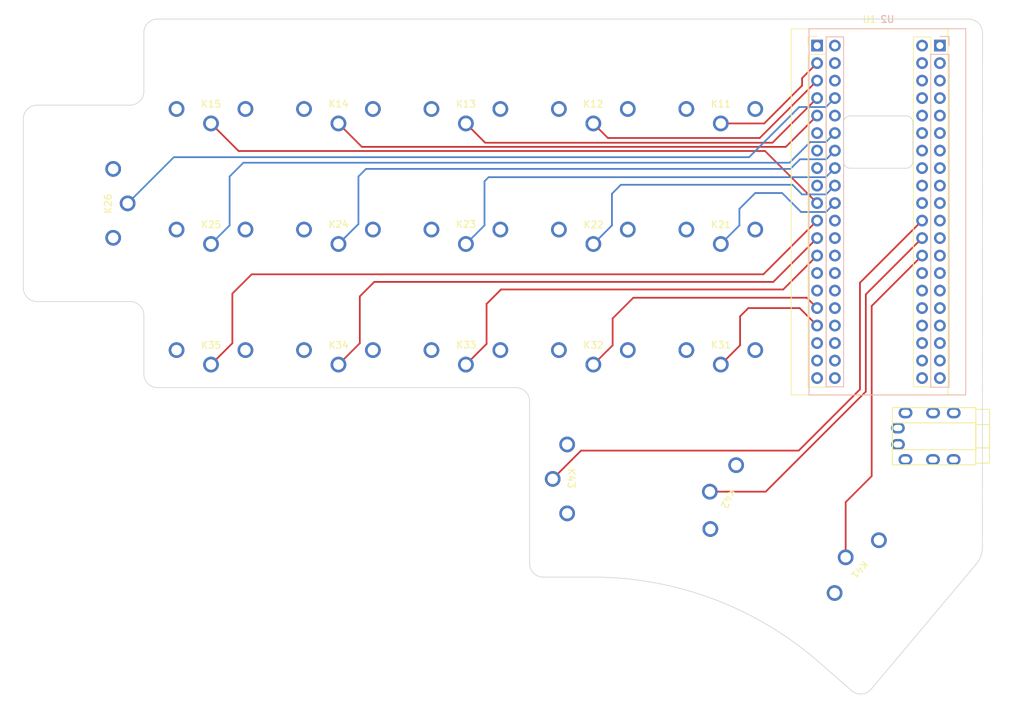
<source format=kicad_pcb>
(kicad_pcb (version 20211014) (generator pcbnew)
  (layers (0 "F.Cu" signal) (31 "B.Cu" signal) (34 "B.Paste" user) (35 "F.Paste" user) (36 "B.SilkS" user "B.Silkscreen") (37 "F.SilkS" user "F.Silkscreen") (38 "B.Mask" user) (39 "F.Mask" user) (44 "Edge.Cuts" user))
  (net 0 "")
  (net 1 "/RX")
  (net 2 "GND")
  (net 3 "/TX")
  (net 4 "/K11")
  (net 5 "/K12")
  (net 6 "/K13")
  (net 7 "/K14")
  (net 8 "/K15")
  (net 9 "/K21")
  (net 10 "/K22")
  (net 11 "/K23")
  (net 12 "/K24")
  (net 13 "/K25")
  (net 14 "/K26")
  (net 15 "/K31")
  (net 16 "/K32")
  (net 17 "/K33")
  (net 18 "/K34")
  (net 19 "/K35")
  (net 20 "/K41")
  (net 21 "/K42")
  (net 22 "/K43")
  (net 27 "VCC")
  (footprint "karn-kicad:kailh-choc-v1-1u-MBK-keycap" (layer "F.Cu") (at 94.5 57.5)
    (fp_text reference "K24" (at 0.034874 3.037288 unlocked) (layer "F.SilkS"))
    (fp_text value "SW_Push" hide)
    (pad "" np_thru_hole circle (at -5.5 0) (size 1.7018 1.7018) (drill 1.7018) (layers *.Cu *.Mask))
    (pad "" np_thru_hole circle (at 5.5 0) (size 1.7018 1.7018) (drill 1.7018) (layers *.Cu *.Mask))
    (pad "" np_thru_hole circle (at 0 0) (size 3.429 3.429) (drill 3.429) (layers *.Cu *.Mask))
    (pad "1" thru_hole circle (at 0 5.9) (size 2.282 2.282) (drill 1.52) (layers *.Cu *.Mask) (net 12 "/K24"))
    (pad "2" thru_hole circle (at -5 3.8) (size 2.282 2.282) (drill 1.52) (layers *.Cu *.Mask) (net 2 "GND"))
    (pad "3" thru_hole circle (at 5 3.8) (size 2.282 2.282) (drill 1.52) (layers *.Cu *.Mask) (net 2 "GND"))
  )
  (footprint "karn-kicad:kailh-choc-v1-1u-MBK-keycap" (layer "F.Cu") (at 131.5 57.5)
    (fp_text reference "K22" (at 0.041111 3.096462 unlocked) (layer "F.SilkS"))
    (fp_text value "SW_Push" hide)
    (pad "" np_thru_hole circle (at -5.5 0) (size 1.7018 1.7018) (drill 1.7018) (layers *.Cu *.Mask))
    (pad "" np_thru_hole circle (at 0 0) (size 3.429 3.429) (drill 3.429) (layers *.Cu *.Mask))
    (pad "" np_thru_hole circle (at 5.5 0) (size 1.7018 1.7018) (drill 1.7018) (layers *.Cu *.Mask))
    (pad "1" thru_hole circle (at 0 5.9) (size 2.282 2.282) (drill 1.52) (layers *.Cu *.Mask) (net 10 "/K22"))
    (pad "2" thru_hole circle (at -5 3.8) (size 2.282 2.282) (drill 1.52) (layers *.Cu *.Mask) (net 2 "GND"))
    (pad "3" thru_hole circle (at 5 3.8) (size 2.282 2.282) (drill 1.52) (layers *.Cu *.Mask) (net 2 "GND"))
  )
  (footprint "karn-kicad:kailh-choc-v1-1_5u-MBK-keycap" (layer "F.Cu") (at 131.5 97.5 -90)
    (fp_text reference "K43" (at -0.07488 3.200686 -90 unlocked) (layer "F.SilkS"))
    (fp_text value "SW_Push_1.5" hide)
    (pad "" np_thru_hole circle (at 5.5 0 270) (size 1.7018 1.7018) (drill 1.7018) (layers *.Cu *.Mask))
    (pad "" np_thru_hole circle (at -5.5 0 270) (size 1.7018 1.7018) (drill 1.7018) (layers *.Cu *.Mask))
    (pad "" np_thru_hole circle (at 0 0 270) (size 3.429 3.429) (drill 3.429) (layers *.Cu *.Mask))
    (pad "1" thru_hole circle (at 0 5.9 270) (size 2.282 2.282) (drill 1.52) (layers *.Cu *.Mask) (net 22 "/K43"))
    (pad "2" thru_hole circle (at -5 3.8 270) (size 2.282 2.282) (drill 1.52) (layers *.Cu *.Mask) (net 2 "GND"))
    (pad "3" thru_hole circle (at 5 3.8 270) (size 2.282 2.282) (drill 1.52) (layers *.Cu *.Mask) (net 2 "GND"))
  )
  (footprint "karn-kicad:kailh-choc-v1-1u-MBK-keycap" (layer "F.Cu") (at 131.5 40)
    (fp_text reference "K12" (at -0.031399 3.07238 unlocked) (layer "F.SilkS"))
    (fp_text value "SW_Push" hide)
    (pad "" np_thru_hole circle (at 5.5 0) (size 1.7018 1.7018) (drill 1.7018) (layers *.Cu *.Mask))
    (pad "" np_thru_hole circle (at -5.5 0) (size 1.7018 1.7018) (drill 1.7018) (layers *.Cu *.Mask))
    (pad "" np_thru_hole circle (at 0 0) (size 3.429 3.429) (drill 3.429) (layers *.Cu *.Mask))
    (pad "1" thru_hole circle (at 0 5.9) (size 2.282 2.282) (drill 1.52) (layers *.Cu *.Mask) (net 5 "/K12"))
    (pad "2" thru_hole circle (at -5 3.8) (size 2.282 2.282) (drill 1.52) (layers *.Cu *.Mask) (net 2 "GND"))
    (pad "3" thru_hole circle (at 5 3.8) (size 2.282 2.282) (drill 1.52) (layers *.Cu *.Mask) (net 2 "GND"))
  )
  (footprint "karn-kicad:kailh-choc-v1-1u-MBK-keycap" (layer "F.Cu") (at 113 40)
    (fp_text reference "K13" (at 0.011094 3.087436 unlocked) (layer "F.SilkS"))
    (fp_text value "SW_Push" hide)
    (pad "" np_thru_hole circle (at 5.5 0) (size 1.7018 1.7018) (drill 1.7018) (layers *.Cu *.Mask))
    (pad "" np_thru_hole circle (at 0 0) (size 3.429 3.429) (drill 3.429) (layers *.Cu *.Mask))
    (pad "" np_thru_hole circle (at -5.5 0) (size 1.7018 1.7018) (drill 1.7018) (layers *.Cu *.Mask))
    (pad "1" thru_hole circle (at 0 5.9) (size 2.282 2.282) (drill 1.52) (layers *.Cu *.Mask) (net 6 "/K13"))
    (pad "2" thru_hole circle (at -5 3.8) (size 2.282 2.282) (drill 1.52) (layers *.Cu *.Mask) (net 2 "GND"))
    (pad "3" thru_hole circle (at 5 3.8) (size 2.282 2.282) (drill 1.52) (layers *.Cu *.Mask) (net 2 "GND"))
  )
  (footprint "karn-kicad:kailh-choc-v1-1_5u-MBK-keycap" (layer "F.Cu") (at 58.000256 57.5 90)
    (fp_text reference "K26" (at -0.058119 3.062974 90 unlocked) (layer "F.SilkS"))
    (fp_text value "SW_Push_1.5" hide)
    (pad "" np_thru_hole circle (at 0 0 90) (size 3.429 3.429) (drill 3.429) (layers *.Cu *.Mask))
    (pad "" np_thru_hole circle (at 5.5 0 90) (size 1.7018 1.7018) (drill 1.7018) (layers *.Cu *.Mask))
    (pad "" np_thru_hole circle (at -5.5 0 90) (size 1.7018 1.7018) (drill 1.7018) (layers *.Cu *.Mask))
    (pad "1" thru_hole circle (at 0 5.9 90) (size 2.282 2.282) (drill 1.52) (layers *.Cu *.Mask) (net 14 "/K26"))
    (pad "2" thru_hole circle (at -5 3.8 90) (size 2.282 2.282) (drill 1.52) (layers *.Cu *.Mask) (net 2 "GND"))
    (pad "3" thru_hole circle (at 5 3.8 90) (size 2.282 2.282) (drill 1.52) (layers *.Cu *.Mask) (net 2 "GND"))
  )
  (footprint "karn-kicad:trrs-pj-320A" (layer "F.Cu") (at 187.0125 90.2 -90)
    (fp_text reference "REF**" hide)
    (fp_text value "TRRS-PJ-320A" hide)
    (fp_line (start -2.8 0) (end -2.8 -2) (layer "F.SilkS") (width 0.15))
    (fp_line (start -3.05 0) (end -3.05 12.1) (layer "F.SilkS") (width 0.15))
    (fp_line (start 2.8 0) (end 2.8 -2) (layer "F.SilkS") (width 0.15))
    (fp_line (start 2.8 -2) (end -2.8 -2) (layer "F.SilkS") (width 0.15))
    (fp_line (start 3.05 0) (end 3.05 12.1) (layer "F.SilkS") (width 0.15))
    (fp_line (start 3.05 12.1) (end -3.05 12.1) (layer "F.SilkS") (width 0.15))
    (fp_line (start 3.05 0) (end -3.05 0) (layer "F.SilkS") (width 0.15))
    (pad "" np_thru_hole circle (at 0 8.6 270) (size 0.8 0.8) (drill 0.8) (layers *.Cu *.Mask))
    (pad "" np_thru_hole circle (at 0 1.6 270) (size 0.8 0.8) (drill 0.8) (layers *.Cu *.Mask))
    (pad "1" thru_hole oval (at 2.3 11.3 270) (size 1.6 2) (drill oval 0.9 1.3) (layers *.Cu *.Mask) (net 27 "VCC"))
    (pad "2" thru_hole oval (at -2.3 10.2 270) (size 1.6 2) (drill oval 0.9 1.3) (layers *.Cu *.Mask) (net 2 "GND"))
    (pad "3" thru_hole oval (at -2.3 6.2 270) (size 1.6 2) (drill oval 0.9 1.3) (layers *.Cu *.Mask) (net 1 "/RX"))
    (pad "4" thru_hole oval (at -2.3 3.2 270) (size 1.6 2) (drill oval 0.9 1.3) (layers *.Cu *.Mask) (net 3 "/TX"))
  )
  (footprint "karn-kicad:kailh-choc-v1-1u-MBK-keycap" (layer "F.Cu") (at 150 57.5)
    (fp_text reference "K21" (at 0.023994 3.07282 unlocked) (layer "F.SilkS"))
    (fp_text value "SW_Push" hide)
    (pad "" np_thru_hole circle (at 0 0) (size 3.429 3.429) (drill 3.429) (layers *.Cu *.Mask))
    (pad "" np_thru_hole circle (at -5.5 0) (size 1.7018 1.7018) (drill 1.7018) (layers *.Cu *.Mask))
    (pad "" np_thru_hole circle (at 5.5 0) (size 1.7018 1.7018) (drill 1.7018) (layers *.Cu *.Mask))
    (pad "1" thru_hole circle (at 0 5.9) (size 2.282 2.282) (drill 1.52) (layers *.Cu *.Mask) (net 9 "/K21"))
    (pad "2" thru_hole circle (at -5 3.8) (size 2.282 2.282) (drill 1.52) (layers *.Cu *.Mask) (net 2 "GND"))
    (pad "3" thru_hole circle (at 5 3.8) (size 2.282 2.282) (drill 1.52) (layers *.Cu *.Mask) (net 2 "GND"))
  )
  (footprint "karn-kicad:kailh-choc-v1-1u-MBK-keycap" (layer "F.Cu") (at 94.5 75)
    (fp_text reference "K34" (at 0.030898 3.081566 unlocked) (layer "F.SilkS"))
    (fp_text value "SW_Push" hide)
    (pad "" np_thru_hole circle (at 5.5 0) (size 1.7018 1.7018) (drill 1.7018) (layers *.Cu *.Mask))
    (pad "" np_thru_hole circle (at -5.5 0) (size 1.7018 1.7018) (drill 1.7018) (layers *.Cu *.Mask))
    (pad "" np_thru_hole circle (at 0 0) (size 3.429 3.429) (drill 3.429) (layers *.Cu *.Mask))
    (pad "1" thru_hole circle (at 0 5.9) (size 2.282 2.282) (drill 1.52) (layers *.Cu *.Mask) (net 18 "/K34"))
    (pad "2" thru_hole circle (at -5 3.8) (size 2.282 2.282) (drill 1.52) (layers *.Cu *.Mask) (net 2 "GND"))
    (pad "3" thru_hole circle (at 5 3.8) (size 2.282 2.282) (drill 1.52) (layers *.Cu *.Mask) (net 2 "GND"))
  )
  (footprint "karn-kicad:kailh-choc-v1-1u-MBK-keycap" (layer "F.Cu") (at 150 75)
    (fp_text reference "K31" (at 0.029932 3.046775 unlocked) (layer "F.SilkS"))
    (fp_text value "SW_Push" hide)
    (pad "" np_thru_hole circle (at -5.5 0) (size 1.7018 1.7018) (drill 1.7018) (layers *.Cu *.Mask))
    (pad "" np_thru_hole circle (at 0 0) (size 3.429 3.429) (drill 3.429) (layers *.Cu *.Mask))
    (pad "" np_thru_hole circle (at 5.5 0) (size 1.7018 1.7018) (drill 1.7018) (layers *.Cu *.Mask))
    (pad "1" thru_hole circle (at 0 5.9) (size 2.282 2.282) (drill 1.52) (layers *.Cu *.Mask) (net 15 "/K31"))
    (pad "2" thru_hole circle (at -5 3.8) (size 2.282 2.282) (drill 1.52) (layers *.Cu *.Mask) (net 2 "GND"))
    (pad "3" thru_hole circle (at 5 3.8) (size 2.282 2.282) (drill 1.52) (layers *.Cu *.Mask) (net 2 "GND"))
  )
  (footprint "karn-kicad:kailh-choc-v1-1u-MBK-keycap" (layer "F.Cu") (at 76 57.5)
    (fp_text reference "K25" (at 0.026756 3.083773 unlocked) (layer "F.SilkS"))
    (fp_text value "SW_Push" hide)
    (pad "" np_thru_hole circle (at 0 0) (size 3.429 3.429) (drill 3.429) (layers *.Cu *.Mask))
    (pad "" np_thru_hole circle (at 5.5 0) (size 1.7018 1.7018) (drill 1.7018) (layers *.Cu *.Mask))
    (pad "" np_thru_hole circle (at -5.5 0) (size 1.7018 1.7018) (drill 1.7018) (layers *.Cu *.Mask))
    (pad "1" thru_hole circle (at 0 5.9) (size 2.282 2.282) (drill 1.52) (layers *.Cu *.Mask) (net 13 "/K25"))
    (pad "2" thru_hole circle (at -5 3.8) (size 2.282 2.282) (drill 1.52) (layers *.Cu *.Mask) (net 2 "GND"))
    (pad "3" thru_hole circle (at 5 3.8) (size 2.282 2.282) (drill 1.52) (layers *.Cu *.Mask) (net 2 "GND"))
  )
  (footprint "karn-kicad:kailh-choc-v1-1_5u-MBK-keycap" (layer "F.Cu") (at 153.879011 101.559149 -112)
    (fp_text reference "K42" (at -0.026262 3.138361 -112 unlocked) (layer "F.SilkS"))
    (fp_text value "SW_Push_1.5" hide)
    (pad "" np_thru_hole circle (at -5.5 0 248) (size 1.7018 1.7018) (drill 1.7018) (layers *.Cu *.Mask))
    (pad "" np_thru_hole circle (at 0 0 248) (size 3.429 3.429) (drill 3.429) (layers *.Cu *.Mask))
    (pad "" np_thru_hole circle (at 5.5 0 248) (size 1.7018 1.7018) (drill 1.7018) (layers *.Cu *.Mask))
    (pad "1" thru_hole circle (at 0 5.9 248) (size 2.282 2.282) (drill 1.52) (layers *.Cu *.Mask) (net 21 "/K42"))
    (pad "2" thru_hole circle (at -5 3.8 248) (size 2.282 2.282) (drill 1.52) (layers *.Cu *.Mask) (net 2 "GND"))
    (pad "3" thru_hole circle (at 5 3.8 248) (size 2.282 2.282) (drill 1.52) (layers *.Cu *.Mask) (net 2 "GND"))
  )
  (footprint "karn-kicad:kailh-choc-v1-1_5u-MBK-keycap" (layer "F.Cu") (at 172.644734 112.671401 -130)
    (fp_text reference "K41" (at 0.1 3.2 -130 unlocked) (layer "F.SilkS"))
    (fp_text value "SW_Push_1.5" hide)
    (pad "" np_thru_hole circle (at 0 0 230) (size 3.429 3.429) (drill 3.429) (layers *.Cu *.Mask))
    (pad "" np_thru_hole circle (at -5.5 0 230) (size 1.7018 1.7018) (drill 1.7018) (layers *.Cu *.Mask))
    (pad "" np_thru_hole circle (at 5.5 0 230) (size 1.7018 1.7018) (drill 1.7018) (layers *.Cu *.Mask))
    (pad "1" thru_hole circle (at 0 5.9 230) (size 2.282 2.282) (drill 1.52) (layers *.Cu *.Mask) (net 20 "/K41"))
    (pad "2" thru_hole circle (at -5 3.8 230) (size 2.282 2.282) (drill 1.52) (layers *.Cu *.Mask) (net 2 "GND"))
    (pad "3" thru_hole circle (at 5 3.8 230) (size 2.282 2.282) (drill 1.52) (layers *.Cu *.Mask) (net 2 "GND"))
  )
  (footprint "karn-kicad:kailh-choc-v1-1u-MBK-keycap" (layer "F.Cu") (at 113 57.5)
    (fp_text reference "K23" (at 0.009002 3.026318 unlocked) (layer "F.SilkS"))
    (fp_text value "SW_Push" hide)
    (pad "" np_thru_hole circle (at 5.5 0) (size 1.7018 1.7018) (drill 1.7018) (layers *.Cu *.Mask))
    (pad "" np_thru_hole circle (at 0 0) (size 3.429 3.429) (drill 3.429) (layers *.Cu *.Mask))
    (pad "" np_thru_hole circle (at -5.5 0) (size 1.7018 1.7018) (drill 1.7018) (layers *.Cu *.Mask))
    (pad "1" thru_hole circle (at 0 5.9) (size 2.282 2.282) (drill 1.52) (layers *.Cu *.Mask) (net 11 "/K23"))
    (pad "2" thru_hole circle (at -5 3.8) (size 2.282 2.282) (drill 1.52) (layers *.Cu *.Mask) (net 2 "GND"))
    (pad "3" thru_hole circle (at 5 3.8) (size 2.282 2.282) (drill 1.52) (layers *.Cu *.Mask) (net 2 "GND"))
  )
  (footprint "karn-kicad:kailh-choc-v1-1u-MBK-keycap" (layer "F.Cu") (at 94.5 40)
    (fp_text reference "K14" (at 0.011661 3.060372 unlocked) (layer "F.SilkS"))
    (fp_text value "SW_Push" hide)
    (pad "" np_thru_hole circle (at 0 0) (size 3.429 3.429) (drill 3.429) (layers *.Cu *.Mask))
    (pad "" np_thru_hole circle (at -5.5 0) (size 1.7018 1.7018) (drill 1.7018) (layers *.Cu *.Mask))
    (pad "" np_thru_hole circle (at 5.5 0) (size 1.7018 1.7018) (drill 1.7018) (layers *.Cu *.Mask))
    (pad "1" thru_hole circle (at 0 5.9) (size 2.282 2.282) (drill 1.52) (layers *.Cu *.Mask) (net 7 "/K14"))
    (pad "2" thru_hole circle (at -5 3.8) (size 2.282 2.282) (drill 1.52) (layers *.Cu *.Mask) (net 2 "GND"))
    (pad "3" thru_hole circle (at 5 3.8) (size 2.282 2.282) (drill 1.52) (layers *.Cu *.Mask) (net 2 "GND"))
  )
  (footprint "karn-kicad:kailh-choc-v1-1u-MBK-keycap" (layer "F.Cu") (at 113 75)
    (fp_text reference "K33" (at 0.056525 3.046987 unlocked) (layer "F.SilkS"))
    (fp_text value "SW_Push" hide)
    (pad "" np_thru_hole circle (at -5.5 0) (size 1.7018 1.7018) (drill 1.7018) (layers *.Cu *.Mask))
    (pad "" np_thru_hole circle (at 5.5 0) (size 1.7018 1.7018) (drill 1.7018) (layers *.Cu *.Mask))
    (pad "" np_thru_hole circle (at 0 0) (size 3.429 3.429) (drill 3.429) (layers *.Cu *.Mask))
    (pad "1" thru_hole circle (at 0 5.9) (size 2.282 2.282) (drill 1.52) (layers *.Cu *.Mask) (net 17 "/K33"))
    (pad "2" thru_hole circle (at -5 3.8) (size 2.282 2.282) (drill 1.52) (layers *.Cu *.Mask) (net 2 "GND"))
    (pad "3" thru_hole circle (at 5 3.8) (size 2.282 2.282) (drill 1.52) (layers *.Cu *.Mask) (net 2 "GND"))
  )
  (footprint "karn-kicad:stm32f411-blackpill-dev-board" (layer "F.Cu") (at 163.98 34.6)
    (fp_text reference "U1" (at 7.62 -3.81) (layer "F.SilkS"))
    (fp_text value "stm32f411-blackpill-dev-board" hide)
    (fp_line (start 18.995 50.705) (end -3.755 50.705) (layer "F.SilkS") (width 0.12))
    (fp_line (start -1.33 49.59) (end -1.33 1.27) (layer "F.SilkS") (width 0.12))
    (fp_line (start -1.33 -1.33) (end 0 -1.33) (layer "F.SilkS") (width 0.12))
    (fp_line (start 13.97 49.53) (end 13.97 -1.27) (layer "F.SilkS") (width 0.12))
    (fp_line (start -1.33 0) (end -1.33 -1.33) (layer "F.SilkS") (width 0.12))
    (fp_line (start 18.995 -2.445) (end 18.995 50.705) (layer "F.SilkS") (width 0.12))
    (fp_line (start -3.755 50.705) (end -3.755 -2.445) (layer "F.SilkS") (width 0.12))
    (fp_line (start 16.51 -1.27) (end 16.51 49.53) (layer "F.SilkS") (width 0.12))
    (fp_line (start -3.755 -2.445) (end 18.995 -2.445) (layer "F.SilkS") (width 0.12))
    (fp_line (start 1.33 49.59) (end -1.33 49.59) (layer "F.SilkS") (width 0.12))
    (fp_line (start 16.51 49.53) (end 13.97 49.53) (layer "F.SilkS") (width 0.12))
    (fp_line (start 13.97 -1.27) (end 16.51 -1.27) (layer "F.SilkS") (width 0.12))
    (fp_line (start -1.33 1.27) (end 1.33 1.27) (layer "F.SilkS") (width 0.12))
    (fp_line (start 1.33 1.27) (end 1.33 49.59) (layer "F.SilkS") (width 0.12))
    (pad "1" thru_hole rect (at 0 0) (size 1.7 1.7) (drill 1) (layers *.Cu *.Mask))
    (pad "2" thru_hole circle (at 0 2.54) (size 1.7 1.7) (drill 1) (layers *.Cu *.Mask) (net 4 "/K11"))
    (pad "3" thru_hole circle (at 0 5.08) (size 1.7 1.7) (drill 1) (layers *.Cu *.Mask) (net 5 "/K12"))
    (pad "4" thru_hole circle (at 0 7.62) (size 1.7 1.7) (drill 1) (layers *.Cu *.Mask) (net 6 "/K13"))
    (pad "5" thru_hole circle (at 0 10.16) (size 1.7 1.7) (drill 1) (layers *.Cu *.Mask) (net 7 "/K14"))
    (pad "6" thru_hole circle (at 0 12.7) (size 1.7 1.7) (drill 1) (layers *.Cu *.Mask))
    (pad "7" thru_hole circle (at 0 15.24) (size 1.7 1.7) (drill 1) (layers *.Cu *.Mask))
    (pad "8" thru_hole circle (at 0 17.78) (size 1.7 1.7) (drill 1) (layers *.Cu *.Mask))
    (pad "9" thru_hole circle (at 0 20.32) (size 1.7 1.7) (drill 1) (layers *.Cu *.Mask))
    (pad "10" thru_hole circle (at 0 22.86) (size 1.7 1.7) (drill 1) (layers *.Cu *.Mask) (net 8 "/K15"))
    (pad "11" thru_hole circle (at 0 25.4) (size 1.7 1.7) (drill 1) (layers *.Cu *.Mask) (net 19 "/K35"))
    (pad "12" thru_hole circle (at 0 27.94) (size 1.7 1.7) (drill 1) (layers *.Cu *.Mask) (net 18 "/K34"))
    (pad "13" thru_hole circle (at 0 30.48) (size 1.7 1.7) (drill 1) (layers *.Cu *.Mask) (net 17 "/K33"))
    (pad "14" thru_hole circle (at 0 33.02) (size 1.7 1.7) (drill 1) (layers *.Cu *.Mask) (net 3 "/TX"))
    (pad "15" thru_hole circle (at 0 35.56) (size 1.7 1.7) (drill 1) (layers *.Cu *.Mask) (net 1 "/RX"))
    (pad "16" thru_hole circle (at 0 38.1) (size 1.7 1.7) (drill 1) (layers *.Cu *.Mask) (net 16 "/K32"))
    (pad "17" thru_hole circle (at 0 40.64) (size 1.7 1.7) (drill 1) (layers *.Cu *.Mask) (net 15 "/K31"))
    (pad "18" thru_hole circle (at 0 43.18) (size 1.7 1.7) (drill 1) (layers *.Cu *.Mask))
    (pad "19" thru_hole circle (at 0 45.72) (size 1.7 1.7) (drill 1) (layers *.Cu *.Mask) (net 2 "GND"))
    (pad "20" thru_hole circle (at 0 48.26) (size 1.7 1.7) (drill 1) (layers *.Cu *.Mask) (net 27 "VCC"))
    (pad "21" thru_hole circle (at 15.24 48.26) (size 1.7 1.7) (drill 1) (layers *.Cu *.Mask))
    (pad "22" thru_hole circle (at 15.24 45.72) (size 1.7 1.7) (drill 1) (layers *.Cu *.Mask))
    (pad "23" thru_hole circle (at 15.24 43.18) (size 1.7 1.7) (drill 1) (layers *.Cu *.Mask))
    (pad "24" thru_hole circle (at 15.24 40.64) (size 1.7 1.7) (drill 1) (layers *.Cu *.Mask))
    (pad "25" thru_hole circle (at 15.24 38.1) (size 1.7 1.7) (drill 1) (layers *.Cu *.Mask))
    (pad "26" thru_hole circle (at 15.24 35.56) (size 1.7 1.7) (drill 1) (layers *.Cu *.Mask))
    (pad "27" thru_hole circle (at 15.24 33.02) (size 1.7 1.7) (drill 1) (layers *.Cu *.Mask))
    (pad "28" thru_hole circle (at 15.24 30.48) (size 1.7 1.7) (drill 1) (layers *.Cu *.Mask) (net 20 "/K41"))
    (pad "29" thru_hole circle (at 15.24 27.94) (size 1.7 1.7) (drill 1) (layers *.Cu *.Mask) (net 21 "/K42"))
    (pad "30" thru_hole circle (at 15.24 25.4) (size 1.7 1.7) (drill 1) (layers *.Cu *.Mask) (net 22 "/K43"))
    (pad "31" thru_hole circle (at 15.24 22.86) (size 1.7 1.7) (drill 1) (layers *.Cu *.Mask) (net 9 "/K21"))
    (pad "32" thru_hole circle (at 15.24 20.32) (size 1.7 1.7) (drill 1) (layers *.Cu *.Mask) (net 10 "/K22"))
    (pad "33" thru_hole circle (at 15.24 17.78) (size 1.7 1.7) (drill 1) (layers *.Cu *.Mask) (net 11 "/K23"))
    (pad "34" thru_hole circle (at 15.24 15.24) (size 1.7 1.7) (drill 1) (layers *.Cu *.Mask) (net 12 "/K24"))
    (pad "35" thru_hole circle (at 15.24 12.7) (size 1.7 1.7) (drill 1) (layers *.Cu *.Mask) (net 13 "/K25"))
    (pad "36" thru_hole circle (at 15.24 10.16) (size 1.7 1.7) (drill 1) (layers *.Cu *.Mask))
    (pad "37" thru_hole circle (at 15.24 7.62) (size 1.7 1.7) (drill 1) (layers *.Cu *.Mask) (net 14 "/K26"))
    (pad "38" thru_hole circle (at 15.24 5.08) (size 1.7 1.7) (drill 1) (layers *.Cu *.Mask) (net 27 "VCC"))
    (pad "39" thru_hole circle (at 15.24 2.54) (size 1.7 1.7) (drill 1) (layers *.Cu *.Mask) (net 2 "GND"))
    (pad "40" thru_hole circle (at 15.24 0) (size 1.7 1.7) (drill 1) (layers *.Cu *.Mask))
  )
  (footprint "karn-kicad:kailh-choc-v1-1u-MBK-keycap" (layer "F.Cu") (at 76 75)
    (fp_text reference "K35" (at 0.012319 3.090204 unlocked) (layer "F.SilkS"))
    (fp_text value "SW_Push" hide)
    (pad "" np_thru_hole circle (at 0 0) (size 3.429 3.429) (drill 3.429) (layers *.Cu *.Mask))
    (pad "" np_thru_hole circle (at 5.5 0) (size 1.7018 1.7018) (drill 1.7018) (layers *.Cu *.Mask))
    (pad "" np_thru_hole circle (at -5.5 0) (size 1.7018 1.7018) (drill 1.7018) (layers *.Cu *.Mask))
    (pad "1" thru_hole circle (at 0 5.9) (size 2.282 2.282) (drill 1.52) (layers *.Cu *.Mask) (net 19 "/K35"))
    (pad "2" thru_hole circle (at -5 3.8) (size 2.282 2.282) (drill 1.52) (layers *.Cu *.Mask) (net 2 "GND"))
    (pad "3" thru_hole circle (at 5 3.8) (size 2.282 2.282) (drill 1.52) (layers *.Cu *.Mask) (net 2 "GND"))
  )
  (footprint "karn-kicad:kailh-choc-v1-1u-MBK-keycap" (layer "F.Cu") (at 131.5 75)
    (fp_text reference "K32" (at 0.017543 3.080692 unlocked) (layer "F.SilkS"))
    (fp_text value "SW_Push" hide)
    (pad "" np_thru_hole circle (at 0 0) (size 3.429 3.429) (drill 3.429) (layers *.Cu *.Mask))
    (pad "" np_thru_hole circle (at 5.5 0) (size 1.7018 1.7018) (drill 1.7018) (layers *.Cu *.Mask))
    (pad "" np_thru_hole circle (at -5.5 0) (size 1.7018 1.7018) (drill 1.7018) (layers *.Cu *.Mask))
    (pad "1" thru_hole circle (at 0 5.9) (size 2.282 2.282) (drill 1.52) (layers *.Cu *.Mask) (net 16 "/K32"))
    (pad "2" thru_hole circle (at -5 3.8) (size 2.282 2.282) (drill 1.52) (layers *.Cu *.Mask) (net 2 "GND"))
    (pad "3" thru_hole circle (at 5 3.8) (size 2.282 2.282) (drill 1.52) (layers *.Cu *.Mask) (net 2 "GND"))
  )
  (footprint "karn-kicad:kailh-choc-v1-1u-MBK-keycap" (layer "F.Cu") (at 76 40)
    (fp_text reference "K15" (at 0.010946 3.079238 unlocked) (layer "F.SilkS"))
    (fp_text value "SW_Push" hide)
    (pad "" np_thru_hole circle (at 5.5 0) (size 1.7018 1.7018) (drill 1.7018) (layers *.Cu *.Mask))
    (pad "" np_thru_hole circle (at -5.5 0) (size 1.7018 1.7018) (drill 1.7018) (layers *.Cu *.Mask))
    (pad "" np_thru_hole circle (at 0 0) (size 3.429 3.429) (drill 3.429) (layers *.Cu *.Mask))
    (pad "1" thru_hole circle (at 0 5.9) (size 2.282 2.282) (drill 1.52) (layers *.Cu *.Mask) (net 8 "/K15"))
    (pad "2" thru_hole circle (at -5 3.8) (size 2.282 2.282) (drill 1.52) (layers *.Cu *.Mask) (net 2 "GND"))
    (pad "3" thru_hole circle (at 5 3.8) (size 2.282 2.282) (drill 1.52) (layers *.Cu *.Mask) (net 2 "GND"))
  )
  (footprint "karn-kicad:trrs-pj-320A" (layer "F.Cu") (at 187 92.4 -90)
    (fp_text reference "J1")
    (fp_text value "TRRS" hide)
    (fp_line (start -3.05 0) (end -3.05 12.1) (layer "F.SilkS") (width 0.15))
    (fp_line (start 3.05 0) (end 3.05 12.1) (layer "F.SilkS") (width 0.15))
    (fp_line (start 2.8 -2) (end -2.8 -2) (layer "F.SilkS") (width 0.15))
    (fp_line (start -2.8 0) (end -2.8 -2) (layer "F.SilkS") (width 0.15))
    (fp_line (start 3.05 0) (end -3.05 0) (layer "F.SilkS") (width 0.15))
    (fp_line (start 3.05 12.1) (end -3.05 12.1) (layer "F.SilkS") (width 0.15))
    (fp_line (start 2.8 0) (end 2.8 -2) (layer "F.SilkS") (width 0.15))
    (pad "" np_thru_hole circle (at 0 1.6 270) (size 0.8 0.8) (drill 0.8) (layers *.Cu *.Mask))
    (pad "" np_thru_hole circle (at 0 8.6 270) (size 0.8 0.8) (drill 0.8) (layers *.Cu *.Mask))
    (pad "1" thru_hole oval (at -2.3 11.3 270) (size 1.6 2) (drill oval 0.9 1.3) (layers *.Cu *.Mask) (net 27 "VCC"))
    (pad "2" thru_hole oval (at 2.3 10.2 270) (size 1.6 2) (drill oval 0.9 1.3) (layers *.Cu *.Mask) (net 2 "GND"))
    (pad "3" thru_hole oval (at 2.3 6.2 270) (size 1.6 2) (drill oval 0.9 1.3) (layers *.Cu *.Mask) (net 1 "/RX"))
    (pad "4" thru_hole oval (at 2.3 3.2 270) (size 1.6 2) (drill oval 0.9 1.3) (layers *.Cu *.Mask) (net 3 "/TX"))
  )
  (footprint "karn-kicad:kailh-choc-v1-1u-MBK-keycap" (layer "F.Cu") (at 150 40)
    (fp_text reference "K11" (at 0.006025 3.069981 unlocked) (layer "F.SilkS"))
    (fp_text value "SW_Push" hide)
    (pad "" np_thru_hole circle (at 0 0) (size 3.429 3.429) (drill 3.429) (layers *.Cu *.Mask))
    (pad "" np_thru_hole circle (at -5.5 0) (size 1.7018 1.7018) (drill 1.7018) (layers *.Cu *.Mask))
    (pad "" np_thru_hole circle (at 5.5 0) (size 1.7018 1.7018) (drill 1.7018) (layers *.Cu *.Mask))
    (pad "1" thru_hole circle (at 0 5.9) (size 2.282 2.282) (drill 1.52) (layers *.Cu *.Mask) (net 4 "/K11"))
    (pad "2" thru_hole circle (at -5 3.8) (size 2.282 2.282) (drill 1.52) (layers *.Cu *.Mask) (net 2 "GND"))
    (pad "3" thru_hole circle (at 5 3.8) (size 2.282 2.282) (drill 1.52) (layers *.Cu *.Mask) (net 2 "GND"))
  )
  (footprint "karn-kicad:stm32f411-blackpill-dev-board" (layer "B.Cu") (at 181.8 34.6 180)
    (fp_text reference "U2" (at 7.62 3.81) (layer "B.SilkS") (effects (justify mirror)))
    (fp_text value "WeAct BlackPill" hide)
    (fp_line (start -1.33 0) (end -1.33 1.33) (layer "B.SilkS") (width 0.12))
    (fp_line (start 1.33 -1.27) (end 1.33 -49.59) (layer "B.SilkS") (width 0.12))
    (fp_line (start -1.33 -49.59) (end -1.33 -1.27) (layer "B.SilkS") (width 0.12))
    (fp_line (start 1.33 -49.59) (end -1.33 -49.59) (layer "B.SilkS") (width 0.12))
    (fp_line (start 16.51 -49.53) (end 13.97 -49.53) (layer "B.SilkS") (width 0.12))
    (fp_line (start -3.755 2.445) (end 18.995 2.445) (layer "B.SilkS") (width 0.12))
    (fp_line (start 13.97 1.27) (end 16.51 1.27) (layer "B.SilkS") (width 0.12))
    (fp_line (start 18.995 -50.705) (end -3.755 -50.705) (layer "B.SilkS") (width 0.12))
    (fp_line (start 13.97 -49.53) (end 13.97 1.27) (layer "B.SilkS") (width 0.12))
    (fp_line (start -1.33 -1.27) (end 1.33 -1.27) (layer "B.SilkS") (width 0.12))
    (fp_line (start 16.51 1.27) (end 16.51 -49.53) (layer "B.SilkS") (width 0.12))
    (fp_line (start -3.755 -50.705) (end -3.755 2.445) (layer "B.SilkS") (width 0.12))
    (fp_line (start 18.995 2.445) (end 18.995 -50.705) (layer "B.SilkS") (width 0.12))
    (fp_line (start -1.33 1.33) (end 0 1.33) (layer "B.SilkS") (width 0.12))
    (pad "1" thru_hole rect (at 0 0 180) (size 1.7 1.7) (drill 1) (layers *.Cu *.Mask))
    (pad "2" thru_hole circle (at 0 -2.54 180) (size 1.7 1.7) (drill 1) (layers *.Cu *.Mask) (net 4 "/K11"))
    (pad "3" thru_hole circle (at 0 -5.08 180) (size 1.7 1.7) (drill 1) (layers *.Cu *.Mask) (net 5 "/K12"))
    (pad "4" thru_hole circle (at 0 -7.62 180) (size 1.7 1.7) (drill 1) (layers *.Cu *.Mask) (net 6 "/K13"))
    (pad "5" thru_hole circle (at 0 -10.16 180) (size 1.7 1.7) (drill 1) (layers *.Cu *.Mask) (net 7 "/K14"))
    (pad "6" thru_hole circle (at 0 -12.7 180) (size 1.7 1.7) (drill 1) (layers *.Cu *.Mask))
    (pad "7" thru_hole circle (at 0 -15.24 180) (size 1.7 1.7) (drill 1) (layers *.Cu *.Mask))
    (pad "8" thru_hole circle (at 0 -17.78 180) (size 1.7 1.7) (drill 1) (layers *.Cu *.Mask))
    (pad "9" thru_hole circle (at 0 -20.32 180) (size 1.7 1.7) (drill 1) (layers *.Cu *.Mask))
    (pad "10" thru_hole circle (at 0 -22.86 180) (size 1.7 1.7) (drill 1) (layers *.Cu *.Mask) (net 8 "/K15"))
    (pad "11" thru_hole circle (at 0 -25.4 180) (size 1.7 1.7) (drill 1) (layers *.Cu *.Mask) (net 19 "/K35"))
    (pad "12" thru_hole circle (at 0 -27.94 180) (size 1.7 1.7) (drill 1) (layers *.Cu *.Mask) (net 18 "/K34"))
    (pad "13" thru_hole circle (at 0 -30.48 180) (size 1.7 1.7) (drill 1) (layers *.Cu *.Mask) (net 17 "/K33"))
    (pad "14" thru_hole circle (at 0 -33.02 180) (size 1.7 1.7) (drill 1) (layers *.Cu *.Mask) (net 3 "/TX"))
    (pad "15" thru_hole circle (at 0 -35.56 180) (size 1.7 1.7) (drill 1) (layers *.Cu *.Mask) (net 1 "/RX"))
    (pad "16" thru_hole circle (at 0 -38.1 180) (size 1.7 1.7) (drill 1) (layers *.Cu *.Mask) (net 16 "/K32"))
    (pad "17" thru_hole circle (at 0 -40.64 180) (size 1.7 1.7) (drill 1) (layers *.Cu *.Mask) (net 15 "/K31"))
    (pad "18" thru_hole circle (at 0 -43.18 180) (size 1.7 1.7) (drill 1) (layers *.Cu *.Mask))
    (pad "19" thru_hole circle (at 0 -45.72 180) (size 1.7 1.7) (drill 1) (layers *.Cu *.Mask) (net 2 "GND"))
    (pad "20" thru_hole circle (at 0 -48.26 180) (size 1.7 1.7) (drill 1) (layers *.Cu *.Mask) (net 27 "VCC"))
    (pad "21" thru_hole circle (at 15.24 -48.26 180) (size 1.7 1.7) (drill 1) (layers *.Cu *.Mask))
    (pad "22" thru_hole circle (at 15.24 -45.72 180) (size 1.7 1.7) (drill 1) (layers *.Cu *.Mask))
    (pad "23" thru_hole circle (at 15.24 -43.18 180) (size 1.7 1.7) (drill 1) (layers *.Cu *.Mask))
    (pad "24" thru_hole circle (at 15.24 -40.64 180) (size 1.7 1.7) (drill 1) (layers *.Cu *.Mask))
    (pad "25" thru_hole circle (at 15.24 -38.1 180) (size 1.7 1.7) (drill 1) (layers *.Cu *.Mask))
    (pad "26" thru_hole circle (at 15.24 -35.56 180) (size 1.7 1.7) (drill 1) (layers *.Cu *.Mask))
    (pad "27" thru_hole circle (at 15.24 -33.02 180) (size 1.7 1.7) (drill 1) (layers *.Cu *.Mask))
    (pad "28" thru_hole circle (at 15.24 -30.48 180) (size 1.7 1.7) (drill 1) (layers *.Cu *.Mask) (net 20 "/K41"))
    (pad "29" thru_hole circle (at 15.24 -27.94 180) (size 1.7 1.7) (drill 1) (layers *.Cu *.Mask) (net 21 "/K42"))
    (pad "30" thru_hole circle (at 15.24 -25.4 180) (size 1.7 1.7) (drill 1) (layers *.Cu *.Mask) (net 22 "/K43"))
    (pad "31" thru_hole circle (at 15.24 -22.86 180) (size 1.7 1.7) (drill 1) (layers *.Cu *.Mask) (net 9 "/K21"))
    (pad "32" thru_hole circle (at 15.24 -20.32 180) (size 1.7 1.7) (drill 1) (layers *.Cu *.Mask) (net 10 "/K22"))
    (pad "33" thru_hole circle (at 15.24 -17.78 180) (size 1.7 1.7) (drill 1) (layers *.Cu *.Mask) (net 11 "/K23"))
    (pad "34" thru_hole circle (at 15.24 -15.24 180) (size 1.7 1.7) (drill 1) (layers *.Cu *.Mask) (net 12 "/K24"))
    (pad "35" thru_hole circle (at 15.24 -12.7 180) (size 1.7 1.7) (drill 1) (layers *.Cu *.Mask) (net 13 "/K25"))
    (pad "36" thru_hole circle (at 15.24 -10.16 180) (size 1.7 1.7) (drill 1) (layers *.Cu *.Mask))
    (pad "37" thru_hole circle (at 15.24 -7.62 180) (size 1.7 1.7) (drill 1) (layers *.Cu *.Mask) (net 14 "/K26"))
    (pad "38" thru_hole circle (at 15.24 -5.08 180) (size 1.7 1.7) (drill 1) (layers *.Cu *.Mask) (net 27 "VCC"))
    (pad "39" thru_hole circle (at 15.24 -2.54 180) (size 1.7 1.7) (drill 1) (layers *.Cu *.Mask) (net 2 "GND"))
    (pad "40" thru_hole circle (at 15.24 0 180) (size 1.7 1.7) (drill 1) (layers *.Cu *.Mask))
  )
  (gr_arc (start 68.250287 84.249914) (mid 66.836073 83.664128) (end 66.250287 82.249914) (layer "Edge.Cuts") (width 0.1))
  (gr_line (start 187.070038 109.87051) (end 171.832641 128.012978) (layer "Edge.Cuts") (width 0.1))
  (gr_line (start 64.250287 71.749914) (end 50.750287 71.749914) (layer "Edge.Cuts") (width 0.1))
  (gr_line (start 187.975163 107.370511) (end 187.990287 32.749914) (layer "Edge.Cuts") (width 0.1))
  (gr_line (start 50.750287 43.249914) (end 64.250287 43.249914) (layer "Edge.Cuts") (width 0.1))
  (gr_arc (start 124.220039 111.749914) (mid 122.816468 111.162277) (end 122.250287 109.749914) (layer "Edge.Cuts") (width 0.1))
  (gr_arc (start 187.975163 107.370511) (mid 187.741913 108.699912) (end 187.070038 109.87051) (layer "Edge.Cuts") (width 0.1))
  (gr_arc (start 168.8 52.4) (mid 168.092893 52.107107) (end 167.8 51.4) (layer "Edge.Cuts") (width 0.1))
  (gr_line (start 48.750287 69.749914) (end 48.750287 45.249914) (layer "Edge.Cuts") (width 0.1))
  (gr_arc (start 171.832641 128.012978) (mid 170.474862 128.719774) (end 169.014977 128.259492) (layer "Edge.Cuts") (width 0.1))
  (gr_arc (start 66.250287 32.749914) (mid 66.836067 31.335694) (end 68.250287 30.749914) (layer "Edge.Cuts") (width 0.1))
  (gr_arc (start 66.250287 41.249914) (mid 65.664501 42.664128) (end 64.250287 43.249914) (layer "Edge.Cuts") (width 0.1))
  (gr_arc (start 177.892893 51.4) (mid 177.6 52.107107) (end 176.892893 52.4) (layer "Edge.Cuts") (width 0.1))
  (gr_line (start 66.250287 41.249914) (end 66.250287 32.749914) (layer "Edge.Cuts") (width 0.1))
  (gr_line (start 167.8 51.4) (end 167.8 45.8) (layer "Edge.Cuts") (width 0.1))
  (gr_arc (start 120.250287 84.249914) (mid 121.664501 84.8357) (end 122.250287 86.249914) (layer "Edge.Cuts") (width 0.1))
  (gr_line (start 68.250287 30.749914) (end 185.990287 30.749914) (layer "Edge.Cuts") (width 0.1))
  (gr_arc (start 176.885786 44.8) (mid 177.592896 45.09289) (end 177.885786 45.8) (layer "Edge.Cuts") (width 0.1))
  (gr_line (start 131.470039 111.749914) (end 124.220039 111.749914) (layer "Edge.Cuts") (width 0.1))
  (gr_line (start 168.8 44.8) (end 176.885786 44.8) (layer "Edge.Cuts") (width 0.1))
  (gr_line (start 169.014977 128.259492) (end 163.569817 123.510597) (layer "Edge.Cuts") (width 0.1))
  (gr_arc (start 64.250287 71.749914) (mid 65.664505 72.335696) (end 66.250287 73.749914) (layer "Edge.Cuts") (width 0.1))
  (gr_arc (start 131.470039 111.749914) (mid 148.557152 114.799241) (end 163.569817 123.510597) (layer "Edge.Cuts") (width 0.1))
  (gr_line (start 176.892893 52.4) (end 168.8 52.4) (layer "Edge.Cuts") (width 0.1))
  (gr_arc (start 50.750287 71.749914) (mid 49.336073 71.164128) (end 48.750287 69.749914) (layer "Edge.Cuts") (width 0.1))
  (gr_arc (start 185.990287 30.749914) (mid 187.404501 31.3357) (end 187.990287 32.749914) (layer "Edge.Cuts") (width 0.1))
  (gr_line (start 122.250287 86.249914) (end 122.250287 109.749914) (layer "Edge.Cuts") (width 0.1))
  (gr_line (start 120.250287 84.249914) (end 68.250287 84.249914) (layer "Edge.Cuts") (width 0.1))
  (gr_line (start 66.250287 82.249914) (end 66.250287 73.749914) (layer "Edge.Cuts") (width 0.1))
  (gr_arc (start 167.8 45.8) (mid 168.092893 45.092893) (end 168.8 44.8) (layer "Edge.Cuts") (width 0.1))
  (gr_line (start 177.885786 45.8) (end 177.892893 51.4) (layer "Edge.Cuts") (width 0.1))
  (gr_arc (start 48.750287 45.249914) (mid 49.336064 43.835691) (end 50.750287 43.249914) (layer "Edge.Cuts") (width 0.1))
  (segment (start 89.2539 78.5539) (end 89.5 78.8) (width 0.25) (layer "F.Cu") (net 2))
  (segment (start 61.8 62.500256) (end 61.800256 62.5) (width 0.25) (layer "F.Cu") (net 2))
  (segment (start 108 43.8) (end 107.7539 43.5539) (width 0.25) (layer "F.Cu") (net 2))
  (segment (start 70.7539 61.0539) (end 71 61.3) (width 0.25) (layer "F.Cu") (net 2))
  (segment (start 127.751599 92.448401) (end 127.7 92.5) (width 0.25) (layer "F.Cu") (net 2))
  (segment (start 127.746341 92.453659) (end 127.7 92.5) (width 0.25) (layer "F.Cu") (net 2))
  (segment (start 144.7539 61.0539) (end 145 61.3) (width 0.25) (layer "F.Cu") (net 2))
  (segment (start 89.5 43.8) (end 89.2539 43.5539) (width 0.25) (layer "F.Cu") (net 2))
  (segment (start 89.2539 61.0539) (end 89.5 61.3) (width 0.25) (layer "F.Cu") (net 2))
  (segment (start 144.7524 78.5524) (end 145 78.8) (width 0.25) (layer "F.Cu") (net 2))
  (segment (start 126.1524 60.9524) (end 126.5 61.3) (width 0.25) (layer "F.Cu") (net 2))
  (segment (start 126.3539 78.6539) (end 126.5 78.8) (width 0.25) (layer "F.Cu") (net 2))
  (segment (start 71 43.8) (end 70.7539 43.5539) (width 0.25) (layer "F.Cu") (net 2))
  (segment (start 145 43.8) (end 144.7539 43.5539) (width 0.25) (layer "F.Cu") (net 2))
  (segment (start 107.7539 61.0539) (end 108 61.3) (width 0.25) (layer "F.Cu") (net 2))
  (segment (start 70.7539 78.5539) (end 71 78.8) (width 0.25) (layer "F.Cu") (net 2))
  (segment (start 126.5 43.8) (end 126.2539 43.5539) (width 0.25) (layer "F.Cu") (net 2))
  (segment (start 107.7539 78.5539) (end 108 78.8) (width 0.25) (layer "F.Cu") (net 2))
  (segment (start 161.8 40.4) (end 161.8 39.32) (width 0.25) (layer "F.Cu") (net 4))
  (segment (start 161.8 39.32) (end 163.98 37.14) (width 0.25) (layer "F.Cu") (net 4))
  (segment (start 150 45.9) (end 156.3 45.9) (width 0.25) (layer "F.Cu") (net 4))
  (segment (start 156.3 45.9) (end 161.8 40.4) (width 0.25) (layer "F.Cu") (net 4))
  (segment (start 131.5 45.9) (end 133.611834 48.011834) (width 0.25) (layer "F.Cu") (net 5))
  (segment (start 133.611834 48.011834) (end 155.648166 48.011834) (width 0.25) (layer "F.Cu") (net 5))
  (segment (start 155.648166 48.011834) (end 163.98 39.68) (width 0.25) (layer "F.Cu") (net 5))
  (segment (start 115.8 48.7) (end 113 45.9) (width 0.25) (layer "F.Cu") (net 6))
  (segment (start 163.98 42.22) (end 157.5 48.7) (width 0.25) (layer "F.Cu") (net 6))
  (segment (start 157.5 48.7) (end 115.8 48.7) (width 0.25) (layer "F.Cu") (net 6))
  (segment (start 159.44 49.3) (end 97.9 49.3) (width 0.25) (layer "F.Cu") (net 7))
  (segment (start 97.9 49.3) (end 94.5 45.9) (width 0.25) (layer "F.Cu") (net 7))
  (segment (start 163.98 44.76) (end 159.44 49.3) (width 0.25) (layer "F.Cu") (net 7))
  (segment (start 80 49.9) (end 76 45.9) (width 0.25) (layer "F.Cu") (net 8))
  (segment (start 156.42 49.9) (end 80 49.9) (width 0.25) (layer "F.Cu") (net 8))
  (segment (start 163.98 57.46) (end 156.42 49.9) (width 0.25) (layer "F.Cu") (net 8))
  (segment (start 161.654278 58.754278) (end 158.9 56) (width 0.25) (layer "B.Cu") (net 9))
  (segment (start 165.265722 58.754278) (end 161.654278 58.754278) (width 0.25) (layer "B.Cu") (net 9))
  (segment (start 152.7 58.3) (end 152.7 60.7) (width 0.25) (layer "B.Cu") (net 9))
  (segment (start 152.7 60.7) (end 150 63.4) (width 0.25) (layer "B.Cu") (net 9))
  (segment (start 155 56) (end 152.7 58.3) (width 0.25) (layer "B.Cu") (net 9))
  (segment (start 166.56 57.46) (end 165.265722 58.754278) (width 0.25) (layer "B.Cu") (net 9))
  (segment (start 158.9 56) (end 155 56) (width 0.25) (layer "B.Cu") (net 9))
  (segment (start 135.5 54.8) (end 160.4 54.8) (width 0.25) (layer "B.Cu") (net 10))
  (segment (start 160.4 54.8) (end 161.8 56.2) (width 0.25) (layer "B.Cu") (net 10))
  (segment (start 165.28 56.2) (end 166.56 54.92) (width 0.25) (layer "B.Cu") (net 10))
  (segment (start 161.8 56.2) (end 165.28 56.2) (width 0.25) (layer "B.Cu") (net 10))
  (segment (start 134.2 60.7) (end 134.2 56.1) (width 0.25) (layer "B.Cu") (net 10))
  (segment (start 131.5 63.4) (end 134.2 60.7) (width 0.25) (layer "B.Cu") (net 10))
  (segment (start 134.2 56.1) (end 135.5 54.8) (width 0.25) (layer "B.Cu") (net 10))
  (segment (start 115.7 54.3) (end 116.3 53.7) (width 0.25) (layer "B.Cu") (net 11))
  (segment (start 116.3 53.7) (end 165.24 53.7) (width 0.25) (layer "B.Cu") (net 11))
  (segment (start 115.7 60.7) (end 115.7 54.3) (width 0.25) (layer "B.Cu") (net 11))
  (segment (start 165.24 53.7) (end 166.56 52.38) (width 0.25) (layer "B.Cu") (net 11))
  (segment (start 113 63.4) (end 115.7 60.7) (width 0.25) (layer "B.Cu") (net 11))
  (segment (start 94.5 63.4) (end 97.4 60.5) (width 0.25) (layer "B.Cu") (net 12))
  (segment (start 97.4 53.6) (end 98.5 52.5) (width 0.25) (layer "B.Cu") (net 12))
  (segment (start 97.4 60.5) (end 97.4 53.6) (width 0.25) (layer "B.Cu") (net 12))
  (segment (start 160.1 52.5) (end 161.5 51.1) (width 0.25) (layer "B.Cu") (net 12))
  (segment (start 161.5 51.1) (end 165.3 51.1) (width 0.25) (layer "B.Cu") (net 12))
  (segment (start 165.3 51.1) (end 166.56 49.84) (width 0.25) (layer "B.Cu") (net 12))
  (segment (start 98.5 52.5) (end 160.1 52.5) (width 0.25) (layer "B.Cu") (net 12))
  (segment (start 162.979149 48.6) (end 165.26 48.6) (width 0.25) (layer "B.Cu") (net 13))
  (segment (start 80.7 51.6) (end 159.979149 51.6) (width 0.25) (layer "B.Cu") (net 13))
  (segment (start 78.7 53.6) (end 80.7 51.6) (width 0.25) (layer "B.Cu") (net 13))
  (segment (start 78.7 60.7) (end 78.7 53.6) (width 0.25) (layer "B.Cu") (net 13))
  (segment (start 159.979149 51.6) (end 162.979149 48.6) (width 0.25) (layer "B.Cu") (net 13))
  (segment (start 165.26 48.6) (end 166.56 47.3) (width 0.25) (layer "B.Cu") (net 13))
  (segment (start 76 63.4) (end 78.7 60.7) (width 0.25) (layer "B.Cu") (net 13))
  (segment (start 161.385722 43.514278) (end 165.265722 43.514278) (width 0.25) (layer "B.Cu") (net 14))
  (segment (start 161.385722 43.514278) (end 154.1 50.8) (width 0.25) (layer "B.Cu") (net 14))
  (segment (start 70.600256 50.8) (end 63.900256 57.5) (width 0.25) (layer "B.Cu") (net 14))
  (segment (start 166.56 42.22) (end 165.265722 43.514278) (width 0.25) (layer "B.Cu") (net 14))
  (segment (start 154.1 50.8) (end 70.600256 50.8) (width 0.25) (layer "B.Cu") (net 14))
  (segment (start 150 80.9) (end 152.8 78.1) (width 0.25) (layer "F.Cu") (net 15))
  (segment (start 161.44 72.7) (end 163.98 75.24) (width 0.25) (layer "F.Cu") (net 15))
  (segment (start 152.8 73.9) (end 154 72.7) (width 0.25) (layer "F.Cu") (net 15))
  (segment (start 152.8 78.1) (end 152.8 73.9) (width 0.25) (layer "F.Cu") (net 15))
  (segment (start 154 72.7) (end 161.44 72.7) (width 0.25) (layer "F.Cu") (net 15))
  (segment (start 134.3 74.2) (end 134.3 78.1) (width 0.25) (layer "F.Cu") (net 16))
  (segment (start 134.3 78.1) (end 131.5 80.9) (width 0.25) (layer "F.Cu") (net 16))
  (segment (start 137.3 71.2) (end 134.3 74.2) (width 0.25) (layer "F.Cu") (net 16))
  (segment (start 163.98 72.7) (end 162.48 71.2) (width 0.25) (layer "F.Cu") (net 16))
  (segment (start 162.48 71.2) (end 137.3 71.2) (width 0.25) (layer "F.Cu") (net 16))
  (segment (start 163.98 65.08) (end 159.06 70) (width 0.25) (layer "F.Cu") (net 17))
  (segment (start 116 77.9) (end 113 80.9) (width 0.25) (layer "F.Cu") (net 17))
  (segment (start 118.1 70) (end 116 72.1) (width 0.25) (layer "F.Cu") (net 17))
  (segment (start 116 72.1) (end 116 77.9) (width 0.25) (layer "F.Cu") (net 17))
  (segment (start 159.06 70) (end 118.1 70) (width 0.25) (layer "F.Cu") (net 17))
  (segment (start 97.6 71) (end 97.6 77.8) (width 0.25) (layer "F.Cu") (net 18))
  (segment (start 97.6 77.8) (end 94.5 80.9) (width 0.25) (layer "F.Cu") (net 18))
  (segment (start 163.98 62.54) (end 157.62 68.9) (width 0.25) (layer "F.Cu") (net 18))
  (segment (start 99.7 68.9) (end 97.6 71) (width 0.25) (layer "F.Cu") (net 18))
  (segment (start 157.62 68.9) (end 99.7 68.9) (width 0.25) (layer "F.Cu") (net 18))
  (segment (start 156.18 67.8) (end 81.9 67.8) (width 0.25) (layer "F.Cu") (net 19))
  (segment (start 163.98 60) (end 156.18 67.8) (width 0.25) (layer "F.Cu") (net 19))
  (segment (start 79.1 70.6) (end 79.1 77.8) (width 0.25) (layer "F.Cu") (net 19))
  (segment (start 81.9 67.8) (end 79.1 70.6) (width 0.25) (layer "F.Cu") (net 19))
  (segment (start 79.1 77.8) (end 76 80.9) (width 0.25) (layer "F.Cu") (net 19))
  (segment (start 171.9 72.4) (end 171.9 97.1) (width 0.25) (layer "F.Cu") (net 20))
  (segment (start 179.22 65.08) (end 171.9 72.4) (width 0.25) (layer "F.Cu") (net 20))
  (segment (start 168.125072 100.874928) (end 168.125072 108.878954) (width 0.25) (layer "F.Cu") (net 20))
  (segment (start 171.9 97.1) (end 168.125072 100.874928) (width 0.25) (layer "F.Cu") (net 20))
  (segment (start 171.05 70.71) (end 171.05 84.816356) (width 0.25) (layer "F.Cu") (net 21))
  (segment (start 156.517386 99.34897) (end 148.408626 99.34897) (width 0.25) (layer "F.Cu") (net 21))
  (segment (start 171.05 84.816356) (end 156.517386 99.34897) (width 0.25) (layer "F.Cu") (net 21))
  (segment (start 179.22 62.54) (end 171.05 70.71) (width 0.25) (layer "F.Cu") (net 21))
  (segment (start 161.312109 93.387891) (end 129.712109 93.387891) (width 0.25) (layer "F.Cu") (net 22))
  (segment (start 129.712109 93.387891) (end 125.6 97.5) (width 0.25) (layer "F.Cu") (net 22))
  (segment (start 170.2 69.02) (end 170.2 84.5) (width 0.25) (layer "F.Cu") (net 22))
  (segment (start 179.22 60) (end 170.2 69.02) (width 0.25) (layer "F.Cu") (net 22))
  (segment (start 170.2 84.5) (end 161.312109 93.387891) (width 0.25) (layer "F.Cu") (net 22))
)
</source>
